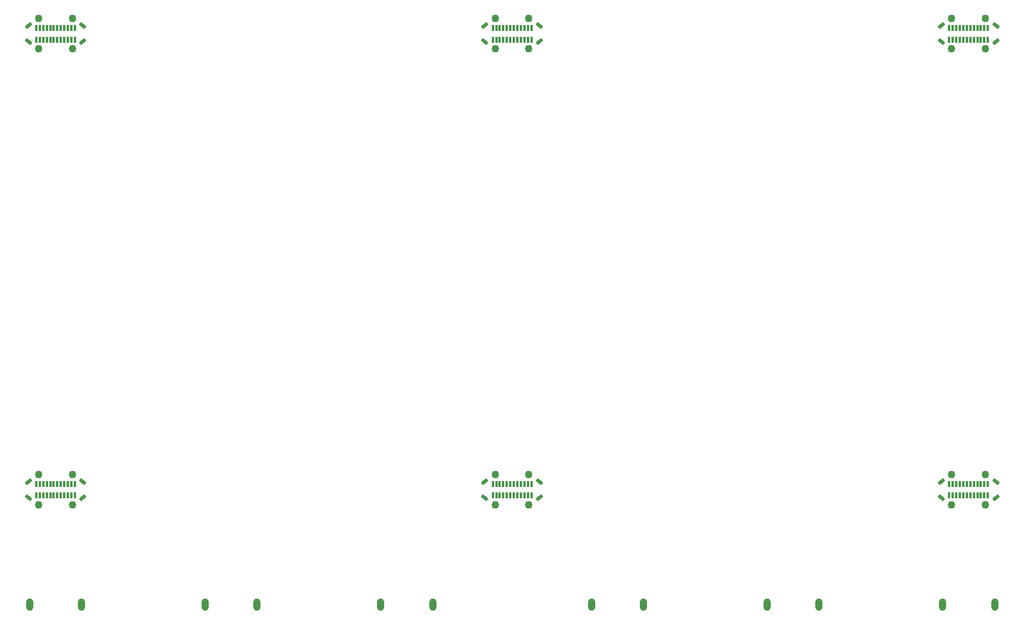
<source format=gbr>
%TF.GenerationSoftware,Altium Limited,Altium Designer,22.5.1 (42)*%
G04 Layer_Color=255*
%FSLAX26Y26*%
%MOIN*%
%TF.SameCoordinates,0DA79311-8CAD-460E-879A-7D23F4F2BAF0*%
%TF.FilePolarity,Positive*%
%TF.FileFunction,Pads,Top*%
%TF.Part,Single*%
G01*
G75*
%TA.AperFunction,SMDPad,CuDef*%
G04:AMPARAMS|DCode=11|XSize=19.685mil|YSize=40.551mil|CornerRadius=0mil|HoleSize=0mil|Usage=FLASHONLY|Rotation=50.000|XOffset=0mil|YOffset=0mil|HoleType=Round|Shape=Rectangle|*
%AMROTATEDRECTD11*
4,1,4,0.009205,-0.020573,-0.021859,0.005493,-0.009205,0.020573,0.021859,-0.005493,0.009205,-0.020573,0.0*
%
%ADD11ROTATEDRECTD11*%

G04:AMPARAMS|DCode=12|XSize=19.685mil|YSize=40.551mil|CornerRadius=0mil|HoleSize=0mil|Usage=FLASHONLY|Rotation=310.000|XOffset=0mil|YOffset=0mil|HoleType=Round|Shape=Rectangle|*
%AMROTATEDRECTD12*
4,1,4,-0.021859,-0.005493,0.009205,0.020573,0.021859,0.005493,-0.009205,-0.020573,-0.021859,-0.005493,0.0*
%
%ADD12ROTATEDRECTD12*%

%ADD13R,0.011811X0.033465*%
%TA.AperFunction,ComponentPad*%
%ADD16C,0.043307*%
%ADD17O,0.039370X0.070866*%
D11*
X1422047Y4089173D02*
D03*
X1727559Y4178543D02*
D03*
X4286614D02*
D03*
X3981102Y4089173D02*
D03*
X1727559Y6737598D02*
D03*
X1422047Y6648228D02*
D03*
X4286614Y6737598D02*
D03*
X3981102Y6648228D02*
D03*
X6845669Y6737598D02*
D03*
X6540158Y6648228D02*
D03*
X6845669Y4178543D02*
D03*
X6540158Y4089173D02*
D03*
D12*
X1422047Y4178543D02*
D03*
X1727559Y4089173D02*
D03*
X4286614D02*
D03*
X3981102Y4178543D02*
D03*
X1727559Y6648228D02*
D03*
X1422047Y6737598D02*
D03*
X4286614Y6648228D02*
D03*
X3981102Y6737598D02*
D03*
X6845669Y6648228D02*
D03*
X6540158Y6737598D02*
D03*
X6845669Y4089173D02*
D03*
X6540158Y4178543D02*
D03*
D13*
X1466535Y4101181D02*
D03*
X1486220D02*
D03*
X1505906D02*
D03*
X1525591D02*
D03*
X1545275D02*
D03*
X1564961D02*
D03*
X1584646D02*
D03*
X1604331D02*
D03*
X1624016D02*
D03*
X1643701D02*
D03*
X1663386D02*
D03*
X1683071D02*
D03*
Y4166535D02*
D03*
X1663386D02*
D03*
X1643701D02*
D03*
X1624016D02*
D03*
X1604331D02*
D03*
X1584646D02*
D03*
X1564961D02*
D03*
X1545275D02*
D03*
X1525591D02*
D03*
X1505906D02*
D03*
X1486220D02*
D03*
X1466535D02*
D03*
X4025591D02*
D03*
X4045276D02*
D03*
X4064961D02*
D03*
X4084646D02*
D03*
X4104331D02*
D03*
X4124016D02*
D03*
X4143701D02*
D03*
X4163386D02*
D03*
X4183071D02*
D03*
X4202756D02*
D03*
X4222441D02*
D03*
X4242126D02*
D03*
Y4101181D02*
D03*
X4222441D02*
D03*
X4202756D02*
D03*
X4183071D02*
D03*
X4163386D02*
D03*
X4143701D02*
D03*
X4124016D02*
D03*
X4104331D02*
D03*
X4084646D02*
D03*
X4064961D02*
D03*
X4045276D02*
D03*
X4025591D02*
D03*
X1466535Y6725591D02*
D03*
X1486220D02*
D03*
X1505906D02*
D03*
X1525591D02*
D03*
X1545275D02*
D03*
X1564961D02*
D03*
X1584646D02*
D03*
X1604331D02*
D03*
X1624016D02*
D03*
X1643701D02*
D03*
X1663386D02*
D03*
X1683071D02*
D03*
Y6660236D02*
D03*
X1663386D02*
D03*
X1643701D02*
D03*
X1624016D02*
D03*
X1604331D02*
D03*
X1584646D02*
D03*
X1564961D02*
D03*
X1545275D02*
D03*
X1525591D02*
D03*
X1505906D02*
D03*
X1486220D02*
D03*
X1466535D02*
D03*
X4025591Y6725591D02*
D03*
X4045276D02*
D03*
X4064961D02*
D03*
X4084646D02*
D03*
X4104331D02*
D03*
X4124016D02*
D03*
X4143701D02*
D03*
X4163386D02*
D03*
X4183071D02*
D03*
X4202756D02*
D03*
X4222441D02*
D03*
X4242126D02*
D03*
Y6660236D02*
D03*
X4222441D02*
D03*
X4202756D02*
D03*
X4183071D02*
D03*
X4163386D02*
D03*
X4143701D02*
D03*
X4124016D02*
D03*
X4104331D02*
D03*
X4084646D02*
D03*
X4064961D02*
D03*
X4045276D02*
D03*
X4025591D02*
D03*
X6584646Y6725591D02*
D03*
X6604331D02*
D03*
X6624016D02*
D03*
X6643701D02*
D03*
X6663386D02*
D03*
X6683071D02*
D03*
X6702756D02*
D03*
X6722441D02*
D03*
X6742126D02*
D03*
X6761811D02*
D03*
X6781496D02*
D03*
X6801181D02*
D03*
Y6660236D02*
D03*
X6781496D02*
D03*
X6761811D02*
D03*
X6742126D02*
D03*
X6722441D02*
D03*
X6702756D02*
D03*
X6683071D02*
D03*
X6663386D02*
D03*
X6643701D02*
D03*
X6624016D02*
D03*
X6604331D02*
D03*
X6584646D02*
D03*
Y4166535D02*
D03*
X6604331D02*
D03*
X6624016D02*
D03*
X6643701D02*
D03*
X6663386D02*
D03*
X6683071D02*
D03*
X6702756D02*
D03*
X6722441D02*
D03*
X6742126D02*
D03*
X6761811D02*
D03*
X6781496D02*
D03*
X6801181D02*
D03*
Y4101181D02*
D03*
X6781496D02*
D03*
X6761811D02*
D03*
X6742126D02*
D03*
X6722441D02*
D03*
X6702756D02*
D03*
X6683071D02*
D03*
X6663386D02*
D03*
X6643701D02*
D03*
X6624016D02*
D03*
X6604331D02*
D03*
X6584646D02*
D03*
D16*
X1480315Y4218504D02*
D03*
X1669291D02*
D03*
Y4049213D02*
D03*
X1480315D02*
D03*
X4039370D02*
D03*
X4228346D02*
D03*
Y4218504D02*
D03*
X4039370D02*
D03*
X1480315Y6608268D02*
D03*
X1669291D02*
D03*
Y6777559D02*
D03*
X1480315D02*
D03*
X4039370Y6608268D02*
D03*
X4228346D02*
D03*
Y6777559D02*
D03*
X4039370D02*
D03*
X6598425Y6608268D02*
D03*
X6787402D02*
D03*
Y6777559D02*
D03*
X6598425D02*
D03*
Y4049213D02*
D03*
X6787402D02*
D03*
Y4218504D02*
D03*
X6598425D02*
D03*
D17*
X1429134Y3488189D02*
D03*
X1720472D02*
D03*
X2413386D02*
D03*
X2704724D02*
D03*
X3397638D02*
D03*
X3688976D02*
D03*
X6547244D02*
D03*
X6838583D02*
D03*
X4578740D02*
D03*
X4870079D02*
D03*
X5562992D02*
D03*
X5854331D02*
D03*
%TF.MD5,b13efc23b339dc562292a2d1e9fba682*%
M02*

</source>
